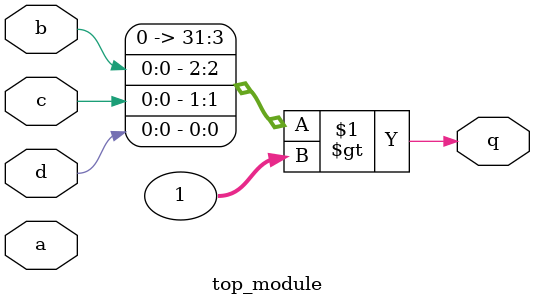
<source format=v>
module top_module (
    input a,
    input b,
    input c,
    input d,
    output q );//

    assign q = {b,c,d} > 1; // Fix me

endmodule

</source>
